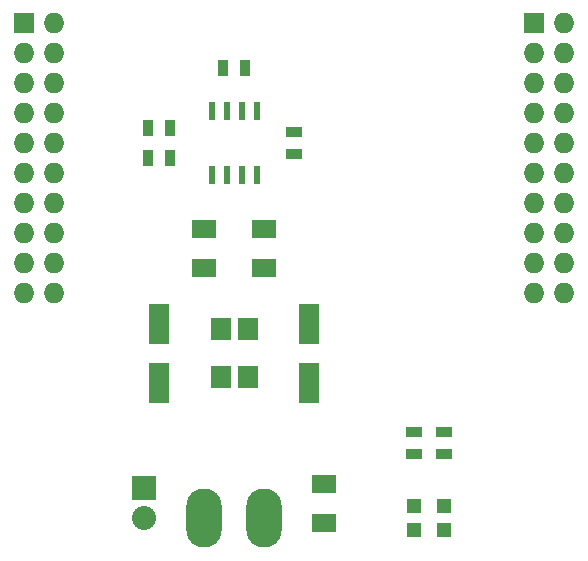
<source format=gbr>
G04 #@! TF.FileFunction,Soldermask,Top*
%FSLAX46Y46*%
G04 Gerber Fmt 4.6, Leading zero omitted, Abs format (unit mm)*
G04 Created by KiCad (PCBNEW (2014-12-04 BZR 5312)-product) date 9.1.2015 14:21:54*
%MOMM*%
G01*
G04 APERTURE LIST*
%ADD10C,0.100000*%
%ADD11R,1.198880X1.198880*%
%ADD12R,1.800860X3.500120*%
%ADD13R,0.600000X1.550000*%
%ADD14R,2.032000X2.032000*%
%ADD15O,2.032000X2.032000*%
%ADD16R,1.727200X1.727200*%
%ADD17O,1.727200X1.727200*%
%ADD18R,1.700000X1.900000*%
%ADD19R,1.397000X0.889000*%
%ADD20R,0.889000X1.397000*%
%ADD21R,2.032000X1.524000*%
%ADD22O,2.999740X5.001260*%
G04 APERTURE END LIST*
D10*
D11*
X90170000Y-84040980D03*
X90170000Y-86139020D03*
D12*
X68580000Y-73619360D03*
X68580000Y-68620640D03*
X81280000Y-73619360D03*
X81280000Y-68620640D03*
D13*
X76835000Y-50640000D03*
X75565000Y-50640000D03*
X74295000Y-50640000D03*
X73025000Y-50640000D03*
X73025000Y-56040000D03*
X74295000Y-56040000D03*
X75565000Y-56040000D03*
X76835000Y-56040000D03*
D14*
X67310000Y-82550000D03*
D15*
X67310000Y-85090000D03*
D16*
X57150000Y-43180000D03*
D17*
X59690000Y-43180000D03*
X57150000Y-45720000D03*
X59690000Y-45720000D03*
X57150000Y-48260000D03*
X59690000Y-48260000D03*
X57150000Y-50800000D03*
X59690000Y-50800000D03*
X57150000Y-53340000D03*
X59690000Y-53340000D03*
X57150000Y-55880000D03*
X59690000Y-55880000D03*
X57150000Y-58420000D03*
X59690000Y-58420000D03*
X57150000Y-60960000D03*
X59690000Y-60960000D03*
X57150000Y-63500000D03*
X59690000Y-63500000D03*
X57150000Y-66040000D03*
X59690000Y-66040000D03*
D16*
X100330000Y-43180000D03*
D17*
X102870000Y-43180000D03*
X100330000Y-45720000D03*
X102870000Y-45720000D03*
X100330000Y-48260000D03*
X102870000Y-48260000D03*
X100330000Y-50800000D03*
X102870000Y-50800000D03*
X100330000Y-53340000D03*
X102870000Y-53340000D03*
X100330000Y-55880000D03*
X102870000Y-55880000D03*
X100330000Y-58420000D03*
X102870000Y-58420000D03*
X100330000Y-60960000D03*
X102870000Y-60960000D03*
X100330000Y-63500000D03*
X102870000Y-63500000D03*
X100330000Y-66040000D03*
X102870000Y-66040000D03*
D18*
X73780000Y-69070000D03*
X73780000Y-73170000D03*
X76080000Y-73170000D03*
X76080000Y-69070000D03*
D19*
X90170000Y-79692500D03*
X90170000Y-77787500D03*
D11*
X92710000Y-84040980D03*
X92710000Y-86139020D03*
D19*
X92710000Y-79692500D03*
X92710000Y-77787500D03*
D20*
X67627500Y-52070000D03*
X69532500Y-52070000D03*
X67627500Y-54610000D03*
X69532500Y-54610000D03*
D19*
X80010000Y-54292500D03*
X80010000Y-52387500D03*
D20*
X73977500Y-46990000D03*
X75882500Y-46990000D03*
D21*
X77470000Y-60579000D03*
X77470000Y-63881000D03*
X72390000Y-60579000D03*
X72390000Y-63881000D03*
X82550000Y-85471000D03*
X82550000Y-82169000D03*
D22*
X72390000Y-85090000D03*
X77470000Y-85090000D03*
M02*

</source>
